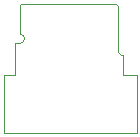
<source format=gbr>
%TF.GenerationSoftware,KiCad,Pcbnew,7.0.11*%
%TF.CreationDate,2025-03-06T21:23:04+09:00*%
%TF.ProjectId,USBC_Board,55534243-5f42-46f6-9172-642e6b696361,rev?*%
%TF.SameCoordinates,Original*%
%TF.FileFunction,Profile,NP*%
%FSLAX46Y46*%
G04 Gerber Fmt 4.6, Leading zero omitted, Abs format (unit mm)*
G04 Created by KiCad (PCBNEW 7.0.11) date 2025-03-06 21:23:04*
%MOMM*%
%LPD*%
G01*
G04 APERTURE LIST*
%TA.AperFunction,Profile*%
%ADD10C,0.050000*%
%TD*%
G04 APERTURE END LIST*
D10*
X173137500Y-115525000D02*
X174250000Y-115525000D01*
X174250000Y-120500000D02*
X174250000Y-115525000D01*
X164562500Y-109525000D02*
G75*
G03*
X164362500Y-109725000I0J-200000D01*
G01*
X164362500Y-112875000D02*
X163937500Y-112875000D01*
X164362500Y-109725000D02*
X164362500Y-112075000D01*
X163000000Y-115525000D02*
X163000000Y-120500000D01*
X172712500Y-113625000D02*
X172712500Y-109725000D01*
X163937500Y-112875000D02*
X163937500Y-115525000D01*
X173137500Y-115525000D02*
X173137500Y-113825000D01*
X164362500Y-112875000D02*
G75*
G03*
X164362500Y-112075000I0J400000D01*
G01*
X163000000Y-120500000D02*
X174250000Y-120500000D01*
X172712500Y-109725000D02*
G75*
G03*
X172512500Y-109525000I-200000J0D01*
G01*
X172712500Y-113625000D02*
G75*
G03*
X172912500Y-113825000I200000J0D01*
G01*
X173137500Y-113825000D02*
X172912500Y-113825000D01*
X172512500Y-109525000D02*
X164562500Y-109525000D01*
X163937500Y-115525000D02*
X163000000Y-115525000D01*
M02*

</source>
